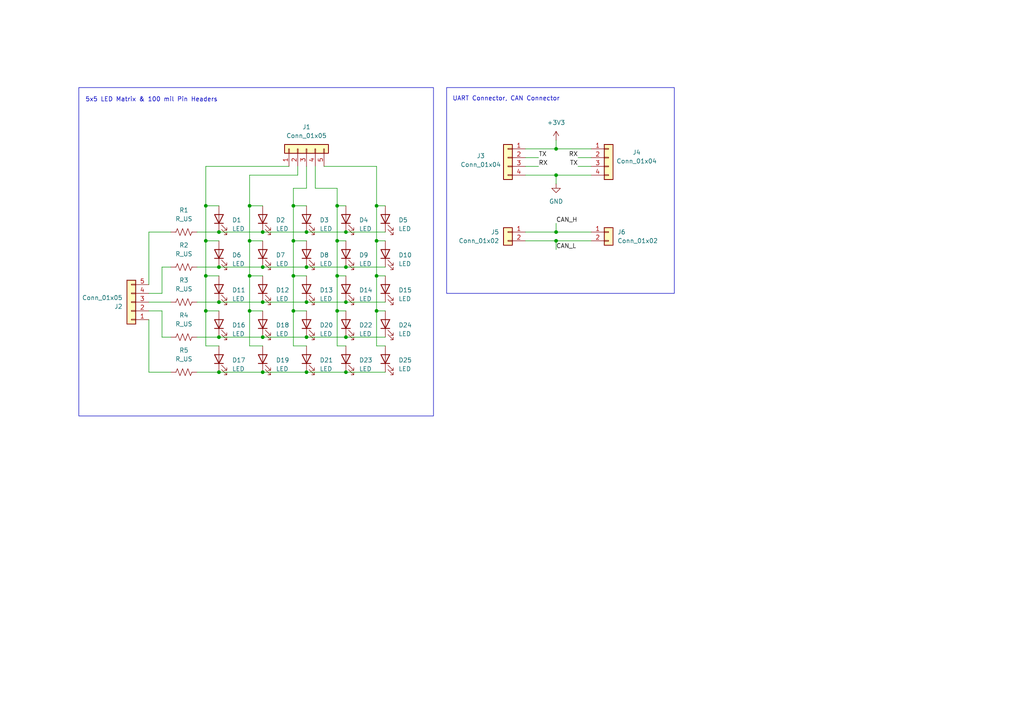
<source format=kicad_sch>
(kicad_sch (version 20231120) (generator "eeschema") (generator_version "8.0")
  (paper "A4")
  (lib_symbols
    (symbol "Connector_Generic:Conn_01x02" (pin_names (offset 1.016) hide)
      (property "Reference" "J" (at 0 2.54 0))
      (property "Value" "Conn_01x02" (at 0 -5.08 0))
      (symbol "Conn_01x02_1_1"
        (rectangle (start -1.27 -2.413) (end 0 -2.667) (stroke (width 0.1524)))
        (rectangle (start -1.27 0.127) (end 0 -0.127) (stroke (width 0.1524)))
        (rectangle (start -1.27 1.27) (end 1.27 -3.81) (stroke (width 0.254)) (fill (type background)))
        (pin passive line (at -5.08 0 0) (length 3.81) (name "Pin_1") (number "1"))
        (pin passive line (at -5.08 -2.54 0) (length 3.81) (name "Pin_2") (number "2"))
      )
    )
    (symbol "Connector_Generic:Conn_01x04" (pin_names (offset 1.016) hide)
      (property "Reference" "J" (at 0 5.08 0))
      (property "Value" "Conn_01x04" (at 0 -7.62 0))
      (symbol "Conn_01x04_1_1"
        (rectangle (start -1.27 -4.953) (end 0 -5.207) (stroke (width 0.1524)))
        (rectangle (start -1.27 -2.413) (end 0 -2.667) (stroke (width 0.1524)))
        (rectangle (start -1.27 0.127) (end 0 -0.127) (stroke (width 0.1524)))
        (rectangle (start -1.27 2.667) (end 0 2.413) (stroke (width 0.1524)))
        (rectangle (start -1.27 3.81) (end 1.27 -6.35) (stroke (width 0.254)) (fill (type background)))
        (pin passive line (at -5.08 2.54 0) (length 3.81) (name "Pin_1") (number "1"))
        (pin passive line (at -5.08 0 0) (length 3.81) (name "Pin_2") (number "2"))
        (pin passive line (at -5.08 -2.54 0) (length 3.81) (name "Pin_3") (number "3"))
        (pin passive line (at -5.08 -5.08 0) (length 3.81) (name "Pin_4") (number "4"))
      )
    )
    (symbol "Connector_Generic:Conn_01x05" (pin_names (offset 1.016) hide)
      (property "Reference" "J" (at 0 7.62 0))
      (property "Value" "Conn_01x05" (at 0 -7.62 0))
      (symbol "Conn_01x05_1_1"
        (rectangle (start -1.27 -4.953) (end 0 -5.207) (stroke (width 0.1524)))
        (rectangle (start -1.27 -2.413) (end 0 -2.667) (stroke (width 0.1524)))
        (rectangle (start -1.27 0.127) (end 0 -0.127) (stroke (width 0.1524)))
        (rectangle (start -1.27 2.667) (end 0 2.413) (stroke (width 0.1524)))
        (rectangle (start -1.27 5.207) (end 0 4.953) (stroke (width 0.1524)))
        (rectangle (start -1.27 6.35) (end 1.27 -6.35) (stroke (width 0.254)) (fill (type background)))
        (pin passive line (at -5.08 5.08 0) (length 3.81) (name "Pin_1") (number "1"))
        (pin passive line (at -5.08 2.54 0) (length 3.81) (name "Pin_2") (number "2"))
        (pin passive line (at -5.08 0 0) (length 3.81) (name "Pin_3") (number "3"))
        (pin passive line (at -5.08 -2.54 0) (length 3.81) (name "Pin_4") (number "4"))
        (pin passive line (at -5.08 -5.08 0) (length 3.81) (name "Pin_5") (number "5"))
      )
    )
    (symbol "Device:LED" (pin_numbers hide) (pin_names (offset 1.016) hide)
      (property "Reference" "D" (at 0 2.54 0))
      (property "Value" "LED" (at 0 -2.54 0))
      (symbol "LED_0_1"
        (polyline (pts (xy -1.27 -1.27) (xy -1.27 1.27)) (stroke (width 0.254)))
        (polyline (pts (xy -1.27 0) (xy 1.27 0)))
        (polyline (pts (xy 1.27 -1.27) (xy 1.27 1.27) (xy -1.27 0) (xy 1.27 -1.27)) (stroke (width 0.254)))
        (polyline (pts (xy -3.048 -0.762) (xy -4.572 -2.286) (xy -3.81 -2.286) (xy -4.572 -2.286) (xy -4.572 -1.524)))
        (polyline (pts (xy -1.778 -0.762) (xy -3.302 -2.286) (xy -2.54 -2.286) (xy -3.302 -2.286) (xy -3.302 -1.524)))
      )
      (symbol "LED_1_1"
        (pin passive line (at -3.81 0 0) (length 2.54) (name "K") (number "1"))
        (pin passive line (at 3.81 0 180) (length 2.54) (name "A") (number "2"))
      )
    )
    (symbol "Device:R_US" (pin_numbers hide) (pin_names (offset 0))
      (property "Reference" "R" (at 2.54 0 90))
      (property "Value" "R_US" (at -2.54 0 90))
      (symbol "R_US_0_1"
        (polyline (pts (xy 0 -2.286) (xy 0 -2.54)))
        (polyline (pts (xy 0 2.286) (xy 0 2.54)))
        (polyline (pts (xy 0 -0.762) (xy 1.016 -1.143) (xy 0 -1.524) (xy -1.016 -1.905) (xy 0 -2.286)))
        (polyline (pts (xy 0 0.762) (xy 1.016 0.381) (xy 0 0) (xy -1.016 -0.381) (xy 0 -0.762)))
        (polyline (pts (xy 0 2.286) (xy 1.016 1.905) (xy 0 1.524) (xy -1.016 1.143) (xy 0 0.762)))
      )
      (symbol "R_US_1_1"
        (pin passive line (at 0 3.81 270) (length 1.27) (name "~") (number "1"))
        (pin passive line (at 0 -3.81 90) (length 1.27) (name "~") (number "2"))
      )
    )
    (symbol "power:+3V3" (power) (pin_numbers hide) (pin_names (offset 0) hide)
      (property "Value" "+3V3" (at 0 3.556 0))
      (symbol "+3V3_0_1"
        (polyline (pts (xy -0.762 1.27) (xy 0 2.54)))
        (polyline (pts (xy 0 0) (xy 0 2.54)))
        (polyline (pts (xy 0 2.54) (xy 0.762 1.27)))
      )
      (symbol "+3V3_1_1"
        (pin power_in line (at 0 0 90) (length 0) (name "~") (number "1"))
      )
    )
    (symbol "power:GND" (power) (pin_numbers hide) (pin_names (offset 0) hide)
      (property "Value" "GND" (at 0 -3.81 0))
      (symbol "GND_0_1"
        (polyline (pts (xy 0 0) (xy 0 -1.27) (xy 1.27 -1.27) (xy 0 -2.54) (xy -1.27 -1.27) (xy 0 -1.27)))
      )
      (symbol "GND_1_1"
        (pin power_in line (at 0 0 270) (length 0) (name "~") (number "1"))
      )
    )
  )
  (junction (at 85.09 69.85))
  (junction (at 63.5 67.31))
  (junction (at 76.2 107.95))
  (junction (at 88.9 107.95))
  (junction (at 161.29 69.85))
  (junction (at 59.69 59.69))
  (junction (at 97.79 59.69))
  (junction (at 100.33 97.79))
  (junction (at 97.79 90.17))
  (junction (at 63.5 87.63))
  (junction (at 63.5 77.47))
  (junction (at 161.29 67.31))
  (junction (at 63.5 97.79))
  (junction (at 88.9 67.31))
  (junction (at 63.5 107.95))
  (junction (at 59.69 90.17))
  (junction (at 88.9 97.79))
  (junction (at 59.69 69.85))
  (junction (at 109.22 59.69))
  (junction (at 100.33 107.95))
  (junction (at 88.9 77.47))
  (junction (at 100.33 77.47))
  (junction (at 72.39 69.85))
  (junction (at 109.22 69.85))
  (junction (at 76.2 87.63))
  (junction (at 76.2 67.31))
  (junction (at 97.79 69.85))
  (junction (at 76.2 77.47))
  (junction (at 72.39 90.17))
  (junction (at 161.29 50.8))
  (junction (at 85.09 90.17))
  (junction (at 85.09 59.69))
  (junction (at 59.69 80.01))
  (junction (at 100.33 87.63))
  (junction (at 88.9 87.63))
  (junction (at 76.2 97.79))
  (junction (at 161.29 43.18))
  (junction (at 109.22 80.01))
  (junction (at 100.33 67.31))
  (junction (at 85.09 80.01))
  (junction (at 97.79 80.01))
  (junction (at 72.39 59.69))
  (junction (at 72.39 80.01))
  (junction (at 109.22 90.17))
  (wire (pts (xy 59.69 80.01) (xy 59.69 90.17)))
  (wire (pts (xy 88.9 59.69) (xy 85.09 59.69)))
  (wire (pts (xy 161.29 40.64) (xy 161.29 43.18)))
  (wire (pts (xy 85.09 80.01) (xy 85.09 90.17)))
  (wire (pts (xy 161.29 72.39) (xy 161.29 69.85)))
  (wire (pts (xy 46.99 90.17) (xy 46.99 97.79)))
  (wire (pts (xy 100.33 87.63) (xy 111.76 87.63)))
  (wire (pts (xy 88.9 80.01) (xy 85.09 80.01)))
  (wire (pts (xy 43.18 90.17) (xy 46.99 90.17)))
  (wire (pts (xy 152.4 69.85) (xy 161.29 69.85)))
  (wire (pts (xy 161.29 53.34) (xy 161.29 50.8)))
  (wire (pts (xy 161.29 64.77) (xy 161.29 67.31)))
  (wire (pts (xy 43.18 67.31) (xy 49.53 67.31)))
  (wire (pts (xy 76.2 77.47) (xy 88.9 77.47)))
  (wire (pts (xy 43.18 87.63) (xy 49.53 87.63)))
  (wire (pts (xy 72.39 69.85) (xy 72.39 80.01)))
  (wire (pts (xy 91.44 48.26) (xy 91.44 54.61)))
  (wire (pts (xy 161.29 50.8) (xy 171.45 50.8)))
  (wire (pts (xy 57.15 77.47) (xy 63.5 77.47)))
  (wire (pts (xy 43.18 92.71) (xy 43.18 107.95)))
  (wire (pts (xy 59.69 80.01) (xy 63.5 80.01)))
  (wire (pts (xy 85.09 90.17) (xy 85.09 100.33)))
  (wire (pts (xy 97.79 69.85) (xy 100.33 69.85)))
  (wire (pts (xy 57.15 87.63) (xy 63.5 87.63)))
  (wire (pts (xy 76.2 87.63) (xy 88.9 87.63)))
  (wire (pts (xy 109.22 80.01) (xy 111.76 80.01)))
  (wire (pts (xy 88.9 77.47) (xy 100.33 77.47)))
  (wire (pts (xy 161.29 69.85) (xy 171.45 69.85)))
  (wire (pts (xy 72.39 59.69) (xy 72.39 69.85)))
  (wire (pts (xy 86.36 50.8) (xy 72.39 50.8)))
  (wire (pts (xy 85.09 69.85) (xy 85.09 80.01)))
  (wire (pts (xy 88.9 97.79) (xy 100.33 97.79)))
  (wire (pts (xy 59.69 48.26) (xy 83.82 48.26)))
  (wire (pts (xy 109.22 59.69) (xy 111.76 59.69)))
  (wire (pts (xy 93.98 48.26) (xy 109.22 48.26)))
  (wire (pts (xy 86.36 48.26) (xy 86.36 50.8)))
  (wire (pts (xy 97.79 59.69) (xy 97.79 69.85)))
  (wire (pts (xy 63.5 87.63) (xy 76.2 87.63)))
  (wire (pts (xy 152.4 67.31) (xy 161.29 67.31)))
  (wire (pts (xy 76.2 107.95) (xy 88.9 107.95)))
  (wire (pts (xy 91.44 54.61) (xy 97.79 54.61)))
  (wire (pts (xy 152.4 45.72) (xy 156.21 45.72)))
  (wire (pts (xy 100.33 97.79) (xy 111.76 97.79)))
  (wire (pts (xy 167.64 45.72) (xy 171.45 45.72)))
  (wire (pts (xy 97.79 100.33) (xy 100.33 100.33)))
  (wire (pts (xy 59.69 59.69) (xy 59.69 69.85)))
  (wire (pts (xy 59.69 59.69) (xy 63.5 59.69)))
  (wire (pts (xy 109.22 69.85) (xy 111.76 69.85)))
  (wire (pts (xy 88.9 87.63) (xy 100.33 87.63)))
  (wire (pts (xy 97.79 80.01) (xy 97.79 90.17)))
  (wire (pts (xy 161.29 43.18) (xy 171.45 43.18)))
  (wire (pts (xy 59.69 100.33) (xy 63.5 100.33)))
  (wire (pts (xy 88.9 90.17) (xy 85.09 90.17)))
  (wire (pts (xy 97.79 90.17) (xy 97.79 100.33)))
  (wire (pts (xy 97.79 90.17) (xy 100.33 90.17)))
  (wire (pts (xy 109.22 90.17) (xy 111.76 90.17)))
  (wire (pts (xy 46.99 77.47) (xy 49.53 77.47)))
  (wire (pts (xy 100.33 77.47) (xy 111.76 77.47)))
  (wire (pts (xy 88.9 69.85) (xy 85.09 69.85)))
  (wire (pts (xy 88.9 67.31) (xy 100.33 67.31)))
  (wire (pts (xy 59.69 69.85) (xy 63.5 69.85)))
  (wire (pts (xy 161.29 67.31) (xy 171.45 67.31)))
  (wire (pts (xy 57.15 97.79) (xy 63.5 97.79)))
  (wire (pts (xy 72.39 59.69) (xy 76.2 59.69)))
  (wire (pts (xy 88.9 48.26) (xy 88.9 54.61)))
  (wire (pts (xy 63.5 97.79) (xy 76.2 97.79)))
  (wire (pts (xy 85.09 54.61) (xy 85.09 59.69)))
  (wire (pts (xy 100.33 107.95) (xy 111.76 107.95)))
  (wire (pts (xy 72.39 80.01) (xy 76.2 80.01)))
  (wire (pts (xy 63.5 77.47) (xy 76.2 77.47)))
  (wire (pts (xy 109.22 90.17) (xy 109.22 100.33)))
  (wire (pts (xy 109.22 59.69) (xy 109.22 69.85)))
  (wire (pts (xy 97.79 80.01) (xy 100.33 80.01)))
  (wire (pts (xy 46.99 85.09) (xy 46.99 77.47)))
  (wire (pts (xy 59.69 69.85) (xy 59.69 80.01)))
  (wire (pts (xy 63.5 67.31) (xy 76.2 67.31)))
  (wire (pts (xy 97.79 69.85) (xy 97.79 80.01)))
  (wire (pts (xy 152.4 50.8) (xy 161.29 50.8)))
  (wire (pts (xy 43.18 82.55) (xy 43.18 67.31)))
  (wire (pts (xy 76.2 67.31) (xy 88.9 67.31)))
  (wire (pts (xy 59.69 48.26) (xy 59.69 59.69)))
  (wire (pts (xy 85.09 100.33) (xy 88.9 100.33)))
  (wire (pts (xy 59.69 90.17) (xy 59.69 100.33)))
  (wire (pts (xy 43.18 85.09) (xy 46.99 85.09)))
  (wire (pts (xy 88.9 54.61) (xy 85.09 54.61)))
  (wire (pts (xy 57.15 107.95) (xy 63.5 107.95)))
  (wire (pts (xy 72.39 50.8) (xy 72.39 59.69)))
  (wire (pts (xy 72.39 80.01) (xy 72.39 90.17)))
  (wire (pts (xy 171.45 48.26) (xy 167.64 48.26)))
  (wire (pts (xy 109.22 100.33) (xy 111.76 100.33)))
  (wire (pts (xy 85.09 59.69) (xy 85.09 69.85)))
  (wire (pts (xy 72.39 69.85) (xy 76.2 69.85)))
  (wire (pts (xy 63.5 107.95) (xy 76.2 107.95)))
  (wire (pts (xy 72.39 90.17) (xy 76.2 90.17)))
  (wire (pts (xy 109.22 80.01) (xy 109.22 90.17)))
  (wire (pts (xy 156.21 48.26) (xy 152.4 48.26)))
  (wire (pts (xy 46.99 97.79) (xy 49.53 97.79)))
  (wire (pts (xy 76.2 97.79) (xy 88.9 97.79)))
  (wire (pts (xy 57.15 67.31) (xy 63.5 67.31)))
  (wire (pts (xy 152.4 43.18) (xy 161.29 43.18)))
  (wire (pts (xy 97.79 54.61) (xy 97.79 59.69)))
  (wire (pts (xy 109.22 69.85) (xy 109.22 80.01)))
  (wire (pts (xy 59.69 90.17) (xy 63.5 90.17)))
  (wire (pts (xy 43.18 107.95) (xy 49.53 107.95)))
  (wire (pts (xy 100.33 67.31) (xy 111.76 67.31)))
  (wire (pts (xy 97.79 59.69) (xy 100.33 59.69)))
  (wire (pts (xy 72.39 100.33) (xy 76.2 100.33)))
  (wire (pts (xy 72.39 90.17) (xy 72.39 100.33)))
  (wire (pts (xy 109.22 48.26) (xy 109.22 59.69)))
  (wire (pts (xy 88.9 107.95) (xy 100.33 107.95)))
  (rectangle (start 22.86 25.4) (end 125.73 120.65))
  (rectangle (start 129.54 25.4) (end 195.58 85.09))
  (text "UART Connector, CAN Connector\n" (at 146.812 28.702 0) (effects (font (size 1.27 1.27))))
  (text "5x5 LED Matrix & 100 mil Pin Headers\n" (at 43.942 28.956 0) (effects (font (size 1.27 1.27))))
  (label "CAN_L" (at 161.29 72.39 0))
  (label "RX" (at 167.64 45.72 180))
  (label "TX" (at 167.64 48.26 180))
  (label "CAN_H" (at 161.29 64.77 0))
  (label "TX" (at 156.21 45.72 0))
  (label "RX" (at 156.21 48.26 0))
  (symbol (lib_id "Device:LED") (at 111.76 73.66 90) (unit 1)
    (property "Reference" "D10" (at 115.57 73.9774 90) (effects (justify right)))
    (property "Value" "LED" (at 115.57 76.5174 90) (effects (justify right)))
    (property "Footprint" "LED_THT:LED_D3.0mm" (effects (hide yes)))
    (property "Description" "Light emitting diode" (effects (hide yes)))
  )
  (symbol (lib_id "Device:LED") (at 100.33 73.66 90) (unit 1)
    (property "Reference" "D9" (at 104.14 73.9774 90) (effects (justify right)))
    (property "Value" "LED" (at 104.14 76.5174 90) (effects (justify right)))
    (property "Footprint" "LED_THT:LED_D3.0mm" (effects (hide yes)))
    (property "Description" "Light emitting diode" (effects (hide yes)))
  )
  (symbol (lib_id "power:+3V3") (at 161.29 40.64 0) (unit 1)
    (property "Reference" "#PWR01" (effects (hide yes)))
    (property "Value" "+3V3" (at 161.29 35.56 0))
    (property "Description" "Power symbol creates a global label with name \"+3V3\"" (effects (hide yes)))
  )
  (symbol (lib_id "Device:LED") (at 63.5 83.82 90) (unit 1)
    (property "Reference" "D11" (at 67.31 84.1374 90) (effects (justify right)))
    (property "Value" "LED" (at 67.31 86.6774 90) (effects (justify right)))
    (property "Footprint" "LED_THT:LED_D3.0mm" (effects (hide yes)))
    (property "Description" "Light emitting diode" (effects (hide yes)))
  )
  (symbol (lib_id "Connector_Generic:Conn_01x05") (at 38.1 87.63 180) (unit 1)
    (property "Reference" "J2" (at 35.56 88.9001 0) (effects (justify left)))
    (property "Value" "Conn_01x05" (at 35.56 86.3601 0) (effects (justify left)))
    (property "Footprint" "Connector_PinSocket_2.54mm:PinSocket_1x05_P2.54mm_Vertical" (effects (hide yes)))
    (property "Description" "Generic connector, single row, 01x05, script generated (kicad-library-utils/schlib/autogen/connector/)" (effects (hide yes)))
  )
  (symbol (lib_id "Device:LED") (at 63.5 93.98 90) (unit 1)
    (property "Reference" "D16" (at 67.31 94.2974 90) (effects (justify right)))
    (property "Value" "LED" (at 67.31 96.8374 90) (effects (justify right)))
    (property "Footprint" "LED_THT:LED_D3.0mm" (effects (hide yes)))
    (property "Description" "Light emitting diode" (effects (hide yes)))
  )
  (symbol (lib_id "Device:R_US") (at 53.34 67.31 90) (unit 1)
    (property "Reference" "R1" (at 53.34 60.96 90))
    (property "Value" "R_US" (at 53.34 63.5 90))
    (property "Footprint" "Resistor_THT:R_Axial_DIN0207_L6.3mm_D2.5mm_P7.62mm_Horizontal" (effects (hide yes)))
    (property "Description" "Resistor, US symbol" (effects (hide yes)))
  )
  (symbol (lib_id "Connector_Generic:Conn_01x04") (at 147.32 45.72 0) (mirror y) (unit 1)
    (property "Reference" "J3" (at 139.446 45.212 0))
    (property "Value" "Conn_01x04" (at 139.446 47.752 0))
    (property "Footprint" "Connector_JST:JST_GH_BM04B-GHS-TBT_1x04-1MP_P1.25mm_Vertical" (effects (hide yes)))
    (property "Description" "Generic connector, single row, 01x04, script generated (kicad-library-utils/schlib/autogen/connector/)" (effects (hide yes)))
  )
  (symbol (lib_id "Device:LED") (at 111.76 83.82 90) (unit 1)
    (property "Reference" "D15" (at 115.57 84.1374 90) (effects (justify right)))
    (property "Value" "LED" (at 115.57 86.6774 90) (effects (justify right)))
    (property "Footprint" "LED_THT:LED_D3.0mm" (effects (hide yes)))
    (property "Description" "Light emitting diode" (effects (hide yes)))
  )
  (symbol (lib_id "Device:LED") (at 111.76 104.14 90) (unit 1)
    (property "Reference" "D25" (at 115.57 104.4574 90) (effects (justify right)))
    (property "Value" "LED" (at 115.57 106.9974 90) (effects (justify right)))
    (property "Footprint" "LED_THT:LED_D3.0mm" (effects (hide yes)))
    (property "Description" "Light emitting diode" (effects (hide yes)))
  )
  (symbol (lib_id "Device:LED") (at 76.2 93.98 90) (unit 1)
    (property "Reference" "D18" (at 80.01 94.2974 90) (effects (justify right)))
    (property "Value" "LED" (at 80.01 96.8374 90) (effects (justify right)))
    (property "Footprint" "LED_THT:LED_D3.0mm" (effects (hide yes)))
    (property "Description" "Light emitting diode" (effects (hide yes)))
  )
  (symbol (lib_id "Device:R_US") (at 53.34 77.47 90) (unit 1)
    (property "Reference" "R2" (at 53.34 71.12 90))
    (property "Value" "R_US" (at 53.34 73.66 90))
    (property "Footprint" "Resistor_THT:R_Axial_DIN0207_L6.3mm_D2.5mm_P7.62mm_Horizontal" (effects (hide yes)))
    (property "Description" "Resistor, US symbol" (effects (hide yes)))
  )
  (symbol (lib_id "Connector_Generic:Conn_01x02") (at 176.53 67.31 0) (unit 1)
    (property "Reference" "J6" (at 179.07 67.3099 0) (effects (justify left)))
    (property "Value" "Conn_01x02" (at 179.07 69.8499 0) (effects (justify left)))
    (property "Footprint" "Connector_JST:JST_GH_BM02B-GHS-TBT_1x02-1MP_P1.25mm_Vertical" (effects (hide yes)))
    (property "Description" "Generic connector, single row, 01x02, script generated (kicad-library-utils/schlib/autogen/connector/)" (effects (hide yes)))
  )
  (symbol (lib_id "Device:LED") (at 76.2 83.82 90) (unit 1)
    (property "Reference" "D12" (at 80.01 84.1374 90) (effects (justify right)))
    (property "Value" "LED" (at 80.01 86.6774 90) (effects (justify right)))
    (property "Footprint" "LED_THT:LED_D3.0mm" (effects (hide yes)))
    (property "Description" "Light emitting diode" (effects (hide yes)))
  )
  (symbol (lib_id "Device:R_US") (at 53.34 97.79 90) (unit 1)
    (property "Reference" "R4" (at 53.34 91.44 90))
    (property "Value" "R_US" (at 53.34 93.98 90))
    (property "Footprint" "Resistor_THT:R_Axial_DIN0207_L6.3mm_D2.5mm_P7.62mm_Horizontal" (effects (hide yes)))
    (property "Description" "Resistor, US symbol" (effects (hide yes)))
  )
  (symbol (lib_id "Device:R_US") (at 53.34 107.95 90) (unit 1)
    (property "Reference" "R5" (at 53.34 101.6 90))
    (property "Value" "R_US" (at 53.34 104.14 90))
    (property "Footprint" "Resistor_THT:R_Axial_DIN0207_L6.3mm_D2.5mm_P7.62mm_Horizontal" (effects (hide yes)))
    (property "Description" "Resistor, US symbol" (effects (hide yes)))
  )
  (symbol (lib_id "Device:LED") (at 76.2 73.66 90) (unit 1)
    (property "Reference" "D7" (at 80.01 73.9774 90) (effects (justify right)))
    (property "Value" "LED" (at 80.01 76.5174 90) (effects (justify right)))
    (property "Footprint" "LED_THT:LED_D3.0mm" (effects (hide yes)))
    (property "Description" "Light emitting diode" (effects (hide yes)))
  )
  (symbol (lib_id "Device:LED") (at 88.9 104.14 90) (unit 1)
    (property "Reference" "D21" (at 92.71 104.4574 90) (effects (justify right)))
    (property "Value" "LED" (at 92.71 106.9974 90) (effects (justify right)))
    (property "Footprint" "LED_THT:LED_D3.0mm" (effects (hide yes)))
    (property "Description" "Light emitting diode" (effects (hide yes)))
  )
  (symbol (lib_id "Device:LED") (at 88.9 93.98 90) (unit 1)
    (property "Reference" "D20" (at 92.71 94.2974 90) (effects (justify right)))
    (property "Value" "LED" (at 92.71 96.8374 90) (effects (justify right)))
    (property "Footprint" "LED_THT:LED_D3.0mm" (effects (hide yes)))
    (property "Description" "Light emitting diode" (effects (hide yes)))
  )
  (symbol (lib_id "Device:LED") (at 63.5 73.66 90) (unit 1)
    (property "Reference" "D6" (at 67.31 73.9774 90) (effects (justify right)))
    (property "Value" "LED" (at 67.31 76.5174 90) (effects (justify right)))
    (property "Footprint" "LED_THT:LED_D3.0mm" (effects (hide yes)))
    (property "Description" "Light emitting diode" (effects (hide yes)))
  )
  (symbol (lib_id "Device:LED") (at 100.33 63.5 90) (unit 1)
    (property "Reference" "D4" (at 104.14 63.8174 90) (effects (justify right)))
    (property "Value" "LED" (at 104.14 66.3574 90) (effects (justify right)))
    (property "Footprint" "LED_THT:LED_D3.0mm" (effects (hide yes)))
    (property "Description" "Light emitting diode" (effects (hide yes)))
  )
  (symbol (lib_id "power:GND") (at 161.29 53.34 0) (unit 1)
    (property "Reference" "#PWR02" (effects (hide yes)))
    (property "Value" "GND" (at 161.29 58.42 0))
    (property "Description" "Power symbol creates a global label with name \"GND\" , ground" (effects (hide yes)))
  )
  (symbol (lib_id "Device:LED") (at 88.9 73.66 90) (unit 1)
    (property "Reference" "D8" (at 92.71 73.9774 90) (effects (justify right)))
    (property "Value" "LED" (at 92.71 76.5174 90) (effects (justify right)))
    (property "Footprint" "LED_THT:LED_D3.0mm" (effects (hide yes)))
    (property "Description" "Light emitting diode" (effects (hide yes)))
  )
  (symbol (lib_id "Connector_Generic:Conn_01x04") (at 176.53 45.72 0) (unit 1)
    (property "Reference" "J4" (at 184.658 44.196 0))
    (property "Value" "Conn_01x04" (at 184.658 46.736 0))
    (property "Footprint" "Connector_JST:JST_GH_BM04B-GHS-TBT_1x04-1MP_P1.25mm_Vertical" (effects (hide yes)))
    (property "Description" "Generic connector, single row, 01x04, script generated (kicad-library-utils/schlib/autogen/connector/)" (effects (hide yes)))
  )
  (symbol (lib_id "Device:LED") (at 88.9 63.5 90) (unit 1)
    (property "Reference" "D3" (at 92.71 63.8174 90) (effects (justify right)))
    (property "Value" "LED" (at 92.71 66.3574 90) (effects (justify right)))
    (property "Footprint" "LED_THT:LED_D3.0mm" (effects (hide yes)))
    (property "Description" "Light emitting diode" (effects (hide yes)))
  )
  (symbol (lib_id "Device:R_US") (at 53.34 87.63 90) (unit 1)
    (property "Reference" "R3" (at 53.34 81.28 90))
    (property "Value" "R_US" (at 53.34 83.82 90))
    (property "Footprint" "Resistor_THT:R_Axial_DIN0207_L6.3mm_D2.5mm_P7.62mm_Horizontal" (effects (hide yes)))
    (property "Description" "Resistor, US symbol" (effects (hide yes)))
  )
  (symbol (lib_id "Connector_Generic:Conn_01x05") (at 88.9 43.18 90) (unit 1)
    (property "Reference" "J1" (at 88.9 36.83 90))
    (property "Value" "Conn_01x05" (at 88.9 39.37 90))
    (property "Footprint" "Connector_PinSocket_2.54mm:PinSocket_1x05_P2.54mm_Vertical" (effects (hide yes)))
    (property "Description" "Generic connector, single row, 01x05, script generated (kicad-library-utils/schlib/autogen/connector/)" (effects (hide yes)))
  )
  (symbol (lib_id "Device:LED") (at 100.33 104.14 90) (unit 1)
    (property "Reference" "D23" (at 104.14 104.4574 90) (effects (justify right)))
    (property "Value" "LED" (at 104.14 106.9974 90) (effects (justify right)))
    (property "Footprint" "LED_THT:LED_D3.0mm" (effects (hide yes)))
    (property "Description" "Light emitting diode" (effects (hide yes)))
  )
  (symbol (lib_id "Device:LED") (at 63.5 104.14 90) (unit 1)
    (property "Reference" "D17" (at 67.31 104.4574 90) (effects (justify right)))
    (property "Value" "LED" (at 67.31 106.9974 90) (effects (justify right)))
    (property "Footprint" "LED_THT:LED_D3.0mm" (effects (hide yes)))
    (property "Description" "Light emitting diode" (effects (hide yes)))
  )
  (symbol (lib_id "Device:LED") (at 100.33 93.98 90) (unit 1)
    (property "Reference" "D22" (at 104.14 94.2974 90) (effects (justify right)))
    (property "Value" "LED" (at 104.14 96.8374 90) (effects (justify right)))
    (property "Footprint" "LED_THT:LED_D3.0mm" (effects (hide yes)))
    (property "Description" "Light emitting diode" (effects (hide yes)))
  )
  (symbol (lib_id "Device:LED") (at 100.33 83.82 90) (unit 1)
    (property "Reference" "D14" (at 104.14 84.1374 90) (effects (justify right)))
    (property "Value" "LED" (at 104.14 86.6774 90) (effects (justify right)))
    (property "Footprint" "LED_THT:LED_D3.0mm" (effects (hide yes)))
    (property "Description" "Light emitting diode" (effects (hide yes)))
  )
  (symbol (lib_id "Device:LED") (at 76.2 104.14 90) (unit 1)
    (property "Reference" "D19" (at 80.01 104.4574 90) (effects (justify right)))
    (property "Value" "LED" (at 80.01 106.9974 90) (effects (justify right)))
    (property "Footprint" "LED_THT:LED_D3.0mm" (effects (hide yes)))
    (property "Description" "Light emitting diode" (effects (hide yes)))
  )
  (symbol (lib_id "Device:LED") (at 111.76 93.98 90) (unit 1)
    (property "Reference" "D24" (at 115.57 94.2974 90) (effects (justify right)))
    (property "Value" "LED" (at 115.57 96.8374 90) (effects (justify right)))
    (property "Footprint" "LED_THT:LED_D3.0mm" (effects (hide yes)))
    (property "Description" "Light emitting diode" (effects (hide yes)))
  )
  (symbol (lib_id "Device:LED") (at 63.5 63.5 90) (unit 1)
    (property "Reference" "D1" (at 67.31 63.8174 90) (effects (justify right)))
    (property "Value" "LED" (at 67.31 66.3574 90) (effects (justify right)))
    (property "Footprint" "LED_THT:LED_D3.0mm" (effects (hide yes)))
    (property "Description" "Light emitting diode" (effects (hide yes)))
  )
  (symbol (lib_id "Device:LED") (at 76.2 63.5 90) (unit 1)
    (property "Reference" "D2" (at 80.01 63.8174 90) (effects (justify right)))
    (property "Value" "LED" (at 80.01 66.3574 90) (effects (justify right)))
    (property "Footprint" "LED_THT:LED_D3.0mm" (effects (hide yes)))
    (property "Description" "Light emitting diode" (effects (hide yes)))
  )
  (symbol (lib_id "Connector_Generic:Conn_01x02") (at 147.32 67.31 0) (mirror y) (unit 1)
    (property "Reference" "J5" (at 144.78 67.3099 0) (effects (justify left)))
    (property "Value" "Conn_01x02" (at 144.78 69.8499 0) (effects (justify left)))
    (property "Footprint" "Connector_JST:JST_GH_BM02B-GHS-TBT_1x02-1MP_P1.25mm_Vertical" (effects (hide yes)))
    (property "Description" "Generic connector, single row, 01x02, script generated (kicad-library-utils/schlib/autogen/connector/)" (effects (hide yes)))
  )
  (symbol (lib_id "Device:LED") (at 111.76 63.5 90) (unit 1)
    (property "Reference" "D5" (at 115.57 63.8174 90) (effects (justify right)))
    (property "Value" "LED" (at 115.57 66.3574 90) (effects (justify right)))
    (property "Footprint" "LED_THT:LED_D3.0mm" (effects (hide yes)))
    (property "Description" "Light emitting diode" (effects (hide yes)))
  )
  (symbol (lib_id "Device:LED") (at 88.9 83.82 90) (unit 1)
    (property "Reference" "D13" (at 92.71 84.1374 90) (effects (justify right)))
    (property "Value" "LED" (at 92.71 86.6774 90) (effects (justify right)))
    (property "Footprint" "LED_THT:LED_D3.0mm" (effects (hide yes)))
    (property "Description" "Light emitting diode" (effects (hide yes)))
  )
)
</source>
